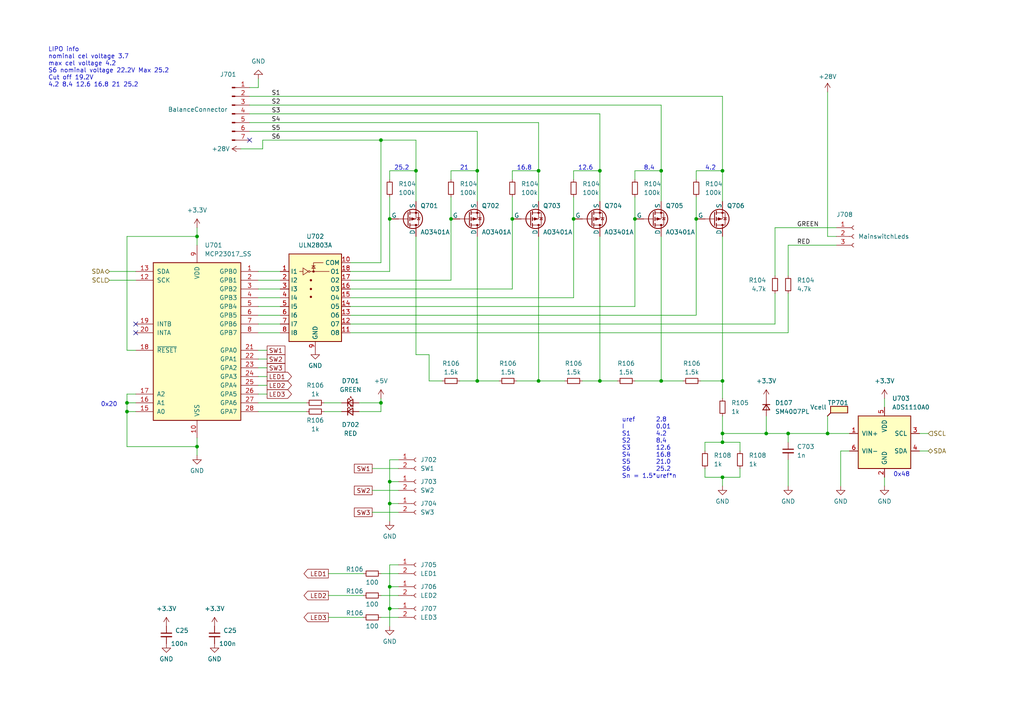
<source format=kicad_sch>
(kicad_sch (version 20230121) (generator eeschema)
  (paper "A4")
  (lib_symbols
    (symbol "Analog_ADC:ADS1110" (pin_names (offset 1.016))
      (property "Reference" "U" (at -7.62 8.89 0))
      (property "Value" "ADS1110" (at 1.27 8.89 0))
      (symbol "ADS1110_0_1"
        (rectangle (start -7.62 7.62) (end 7.62 -7.62) (stroke (width 0.254)) (fill (type background)))
      )
      (symbol "ADS1110_1_1"
        (pin input line (at -10.16 2.54 0) (length 2.54) (name "VIN+") (number "1"))
        (pin power_in line (at 0 -10.16 90) (length 2.54) (name "GND") (number "2"))
        (pin input line (at 10.16 2.54 180) (length 2.54) (name "SCL") (number "3"))
        (pin bidirectional line (at 10.16 -2.54 180) (length 2.54) (name "SDA") (number "4"))
        (pin power_in line (at 0 10.16 270) (length 2.54) (name "VDD") (number "5"))
        (pin input line (at -10.16 -2.54 0) (length 2.54) (name "VIN-") (number "6"))
      )
    )
    (symbol "Connector:Conn_01x02_Socket" (pin_names (offset 1.016) hide)
      (property "Reference" "J" (at 0 2.54 0))
      (property "Value" "Conn_01x02_Socket" (at 0 -5.08 0))
      (symbol "Conn_01x02_Socket_1_1"
        (arc (start 0 -2.032) (mid -0.5058 -2.54) (end 0 -3.048) (stroke (width 0.1524)))
        (polyline (pts (xy -1.27 -2.54) (xy -0.508 -2.54)) (stroke (width 0.1524)))
        (polyline (pts (xy -1.27 0) (xy -0.508 0)) (stroke (width 0.1524)))
        (arc (start 0 0.508) (mid -0.5058 0) (end 0 -0.508) (stroke (width 0.1524)))
        (pin passive line (at -5.08 0 0) (length 3.81) (name "Pin_1") (number "1"))
        (pin passive line (at -5.08 -2.54 0) (length 3.81) (name "Pin_2") (number "2"))
      )
    )
    (symbol "Connector:Conn_01x03_Socket" (pin_names (offset 1.016) hide)
      (property "Reference" "J" (at 0 5.08 0))
      (property "Value" "Conn_01x03_Socket" (at 0 -5.08 0))
      (symbol "Conn_01x03_Socket_1_1"
        (arc (start 0 -2.032) (mid -0.5058 -2.54) (end 0 -3.048) (stroke (width 0.1524)))
        (polyline (pts (xy -1.27 -2.54) (xy -0.508 -2.54)) (stroke (width 0.1524)))
        (polyline (pts (xy -1.27 0) (xy -0.508 0)) (stroke (width 0.1524)))
        (polyline (pts (xy -1.27 2.54) (xy -0.508 2.54)) (stroke (width 0.1524)))
        (arc (start 0 0.508) (mid -0.5058 0) (end 0 -0.508) (stroke (width 0.1524)))
        (arc (start 0 3.048) (mid -0.5058 2.54) (end 0 2.032) (stroke (width 0.1524)))
        (pin passive line (at -5.08 2.54 0) (length 3.81) (name "Pin_1") (number "1"))
        (pin passive line (at -5.08 0 0) (length 3.81) (name "Pin_2") (number "2"))
        (pin passive line (at -5.08 -2.54 0) (length 3.81) (name "Pin_3") (number "3"))
      )
    )
    (symbol "Connector:Conn_01x07_Pin" (pin_names (offset 1.016) hide)
      (property "Reference" "J" (at 0 10.16 0))
      (property "Value" "Conn_01x07_Pin" (at 0 -10.16 0))
      (symbol "Conn_01x07_Pin_1_1"
        (polyline (pts (xy 1.27 -7.62) (xy 0.8636 -7.62)) (stroke (width 0.1524)))
        (polyline (pts (xy 1.27 -5.08) (xy 0.8636 -5.08)) (stroke (width 0.1524)))
        (polyline (pts (xy 1.27 -2.54) (xy 0.8636 -2.54)) (stroke (width 0.1524)))
        (polyline (pts (xy 1.27 0) (xy 0.8636 0)) (stroke (width 0.1524)))
        (polyline (pts (xy 1.27 2.54) (xy 0.8636 2.54)) (stroke (width 0.1524)))
        (polyline (pts (xy 1.27 5.08) (xy 0.8636 5.08)) (stroke (width 0.1524)))
        (polyline (pts (xy 1.27 7.62) (xy 0.8636 7.62)) (stroke (width 0.1524)))
        (rectangle (start 0.8636 -7.493) (end 0 -7.747) (stroke (width 0.1524)) (fill (type outline)))
        (rectangle (start 0.8636 -4.953) (end 0 -5.207) (stroke (width 0.1524)) (fill (type outline)))
        (rectangle (start 0.8636 -2.413) (end 0 -2.667) (stroke (width 0.1524)) (fill (type outline)))
        (rectangle (start 0.8636 0.127) (end 0 -0.127) (stroke (width 0.1524)) (fill (type outline)))
        (rectangle (start 0.8636 2.667) (end 0 2.413) (stroke (width 0.1524)) (fill (type outline)))
        (rectangle (start 0.8636 5.207) (end 0 4.953) (stroke (width 0.1524)) (fill (type outline)))
        (rectangle (start 0.8636 7.747) (end 0 7.493) (stroke (width 0.1524)) (fill (type outline)))
        (pin passive line (at 5.08 7.62 180) (length 3.81) (name "Pin_1") (number "1"))
        (pin passive line (at 5.08 5.08 180) (length 3.81) (name "Pin_2") (number "2"))
        (pin passive line (at 5.08 2.54 180) (length 3.81) (name "Pin_3") (number "3"))
        (pin passive line (at 5.08 0 180) (length 3.81) (name "Pin_4") (number "4"))
        (pin passive line (at 5.08 -2.54 180) (length 3.81) (name "Pin_5") (number "5"))
        (pin passive line (at 5.08 -5.08 180) (length 3.81) (name "Pin_6") (number "6"))
        (pin passive line (at 5.08 -7.62 180) (length 3.81) (name "Pin_7") (number "7"))
      )
    )
    (symbol "Connector:TestPoint_Flag" (pin_numbers hide) (pin_names (offset 0.762) hide)
      (property "Reference" "TP" (at 3.429 1.778 0))
      (property "Value" "TestPoint_Flag" (at 3.302 4.191 0))
      (symbol "TestPoint_Flag_0_1"
        (polyline (pts (xy 0 0) (xy 0.889 0.889)) (stroke (width 0.254)))
        (rectangle (start 0.889 2.794) (end 5.842 0.889) (stroke (width 0.254)) (fill (type background)))
      )
      (symbol "TestPoint_Flag_1_1"
        (pin passive line (at 0 0 90) (length 0) (name "1") (number "1"))
      )
    )
    (symbol "Device:C_Small" (pin_numbers hide) (pin_names (offset 0.254) hide)
      (property "Reference" "C" (at 0.254 1.778 0))
      (property "Value" "C_Small" (at 0.254 -2.032 0))
      (symbol "C_Small_0_1"
        (polyline (pts (xy -1.524 -0.508) (xy 1.524 -0.508)) (stroke (width 0.3302)))
        (polyline (pts (xy -1.524 0.508) (xy 1.524 0.508)) (stroke (width 0.3048)))
      )
      (symbol "C_Small_1_1"
        (pin passive line (at 0 2.54 270) (length 2.032) (name "~") (number "1"))
        (pin passive line (at 0 -2.54 90) (length 2.032) (name "~") (number "2"))
      )
    )
    (symbol "Device:D_Small" (pin_numbers hide) (pin_names (offset 0.254) hide)
      (property "Reference" "D" (at -1.27 2.032 0))
      (property "Value" "D_Small" (at -3.81 -2.032 0))
      (symbol "D_Small_0_1"
        (polyline (pts (xy -0.762 -1.016) (xy -0.762 1.016)) (stroke (width 0.254)))
        (polyline (pts (xy -0.762 0) (xy 0.762 0)))
        (polyline (pts (xy 0.762 -1.016) (xy -0.762 0) (xy 0.762 1.016) (xy 0.762 -1.016)) (stroke (width 0.254)))
      )
      (symbol "D_Small_1_1"
        (pin passive line (at -2.54 0 0) (length 1.778) (name "K") (number "1"))
        (pin passive line (at 2.54 0 180) (length 1.778) (name "A") (number "2"))
      )
    )
    (symbol "Device:LED_Small" (pin_numbers hide) (pin_names (offset 0.254) hide)
      (property "Reference" "D" (at -1.27 3.175 0))
      (property "Value" "LED_Small" (at -4.445 -2.54 0))
      (symbol "LED_Small_0_1"
        (polyline (pts (xy -0.762 -1.016) (xy -0.762 1.016)) (stroke (width 0.254)))
        (polyline (pts (xy 1.016 0) (xy -0.762 0)))
        (polyline (pts (xy 0.762 -1.016) (xy -0.762 0) (xy 0.762 1.016) (xy 0.762 -1.016)) (stroke (width 0.254)))
        (polyline (pts (xy 0 0.762) (xy -0.508 1.27) (xy -0.254 1.27) (xy -0.508 1.27) (xy -0.508 1.016)))
        (polyline (pts (xy 0.508 1.27) (xy 0 1.778) (xy 0.254 1.778) (xy 0 1.778) (xy 0 1.524)))
      )
      (symbol "LED_Small_1_1"
        (pin passive line (at -2.54 0 0) (length 1.778) (name "K") (number "1"))
        (pin passive line (at 2.54 0 180) (length 1.778) (name "A") (number "2"))
      )
    )
    (symbol "Device:R_Small" (pin_numbers hide) (pin_names (offset 0.254) hide)
      (property "Reference" "R" (at 0.762 0.508 0))
      (property "Value" "R_Small" (at 0.762 -1.016 0))
      (symbol "R_Small_0_1"
        (rectangle (start -0.762 1.778) (end 0.762 -1.778) (stroke (width 0.2032)))
      )
      (symbol "R_Small_1_1"
        (pin passive line (at 0 2.54 270) (length 0.762) (name "~") (number "1"))
        (pin passive line (at 0 -2.54 90) (length 0.762) (name "~") (number "2"))
      )
    )
    (symbol "Interface_Expansion:MCP23017_SS" (pin_names (offset 1.016))
      (property "Reference" "U" (at -11.43 24.13 0))
      (property "Value" "MCP23017_SS" (at 0 0 0))
      (symbol "MCP23017_SS_0_1"
        (rectangle (start -12.7 22.86) (end 12.7 -22.86) (stroke (width 0.254)) (fill (type background)))
      )
      (symbol "MCP23017_SS_1_1"
        (pin bidirectional line (at 17.78 20.32 180) (length 5.08) (name "GPB0") (number "1"))
        (pin power_in line (at 0 -27.94 90) (length 5.08) (name "VSS") (number "10"))
        (pin no_connect line (at -12.7 15.24 0) (length 5.08) hide (name "NC") (number "11"))
        (pin input line (at -17.78 17.78 0) (length 5.08) (name "SCK") (number "12"))
        (pin bidirectional line (at -17.78 20.32 0) (length 5.08) (name "SDA") (number "13"))
        (pin no_connect line (at -12.7 12.7 0) (length 5.08) hide (name "NC") (number "14"))
        (pin input line (at -17.78 -20.32 0) (length 5.08) (name "A0") (number "15"))
        (pin input line (at -17.78 -17.78 0) (length 5.08) (name "A1") (number "16"))
        (pin input line (at -17.78 -15.24 0) (length 5.08) (name "A2") (number "17"))
        (pin input line (at -17.78 -2.54 0) (length 5.08) (name "~{RESET}") (number "18"))
        (pin tri_state line (at -17.78 5.08 0) (length 5.08) (name "INTB") (number "19"))
        (pin bidirectional line (at 17.78 17.78 180) (length 5.08) (name "GPB1") (number "2"))
        (pin tri_state line (at -17.78 2.54 0) (length 5.08) (name "INTA") (number "20"))
        (pin bidirectional line (at 17.78 -2.54 180) (length 5.08) (name "GPA0") (number "21"))
        (pin bidirectional line (at 17.78 -5.08 180) (length 5.08) (name "GPA1") (number "22"))
        (pin bidirectional line (at 17.78 -7.62 180) (length 5.08) (name "GPA2") (number "23"))
        (pin bidirectional line (at 17.78 -10.16 180) (length 5.08) (name "GPA3") (number "24"))
        (pin bidirectional line (at 17.78 -12.7 180) (length 5.08) (name "GPA4") (number "25"))
        (pin bidirectional line (at 17.78 -15.24 180) (length 5.08) (name "GPA5") (number "26"))
        (pin bidirectional line (at 17.78 -17.78 180) (length 5.08) (name "GPA6") (number "27"))
        (pin bidirectional line (at 17.78 -20.32 180) (length 5.08) (name "GPA7") (number "28"))
        (pin bidirectional line (at 17.78 15.24 180) (length 5.08) (name "GPB2") (number "3"))
        (pin bidirectional line (at 17.78 12.7 180) (length 5.08) (name "GPB3") (number "4"))
        (pin bidirectional line (at 17.78 10.16 180) (length 5.08) (name "GPB4") (number "5"))
        (pin bidirectional line (at 17.78 7.62 180) (length 5.08) (name "GPB5") (number "6"))
        (pin bidirectional line (at 17.78 5.08 180) (length 5.08) (name "GPB6") (number "7"))
        (pin bidirectional line (at 17.78 2.54 180) (length 5.08) (name "GPB7") (number "8"))
        (pin power_in line (at 0 27.94 270) (length 5.08) (name "VDD") (number "9"))
      )
    )
    (symbol "Simulation_SPICE:PMOS" (pin_numbers hide) (pin_names (offset 0))
      (property "Reference" "Q" (at 5.08 1.27 0))
      (property "Value" "PMOS" (at 5.08 -1.27 0))
      (symbol "PMOS_0_1"
        (polyline (pts (xy 0.254 0) (xy -2.54 0)))
        (polyline (pts (xy 0.254 1.905) (xy 0.254 -1.905)) (stroke (width 0.254)))
        (polyline (pts (xy 0.762 -1.27) (xy 0.762 -2.286)) (stroke (width 0.254)))
        (polyline (pts (xy 0.762 0.508) (xy 0.762 -0.508)) (stroke (width 0.254)))
        (polyline (pts (xy 0.762 2.286) (xy 0.762 1.27)) (stroke (width 0.254)))
        (polyline (pts (xy 2.54 2.54) (xy 2.54 1.778)))
        (polyline (pts (xy 2.54 -2.54) (xy 2.54 0) (xy 0.762 0)))
        (polyline (pts (xy 0.762 1.778) (xy 3.302 1.778) (xy 3.302 -1.778) (xy 0.762 -1.778)))
        (polyline (pts (xy 2.286 0) (xy 1.27 0.381) (xy 1.27 -0.381) (xy 2.286 0)) (fill (type outline)))
        (polyline (pts (xy 2.794 -0.508) (xy 2.921 -0.381) (xy 3.683 -0.381) (xy 3.81 -0.254)))
        (polyline (pts (xy 3.302 -0.381) (xy 2.921 0.254) (xy 3.683 0.254) (xy 3.302 -0.381)))
        (circle (center 1.651 0) (radius 2.794) (stroke (width 0.254)))
        (circle (center 2.54 -1.778) (radius 0.254) (fill (type outline)))
        (circle (center 2.54 1.778) (radius 0.254) (fill (type outline)))
      )
      (symbol "PMOS_1_1"
        (pin passive line (at 2.54 5.08 270) (length 2.54) (name "D") (number "1"))
        (pin input line (at -5.08 0 0) (length 2.54) (name "G") (number "2"))
        (pin passive line (at 2.54 -5.08 90) (length 2.54) (name "S") (number "3"))
      )
    )
    (symbol "Transistor_Array:ULN2803A"
      (property "Reference" "U" (at 0 13.335 0))
      (property "Value" "ULN2803A" (at 0 11.43 0))
      (symbol "ULN2803A_0_1"
        (rectangle (start -7.62 -15.24) (end 7.62 10.16) (stroke (width 0.254)) (fill (type background)))
        (circle (center -1.778 5.08) (radius 0.254))
        (circle (center -1.27 -2.286) (radius 0.254) (fill (type outline)))
        (circle (center -1.27 0) (radius 0.254) (fill (type outline)))
        (circle (center -1.27 2.54) (radius 0.254) (fill (type outline)))
        (circle (center -0.508 5.08) (radius 0.254) (fill (type outline)))
        (polyline (pts (xy -4.572 5.08) (xy -3.556 5.08)))
        (polyline (pts (xy -1.524 5.08) (xy 4.064 5.08)))
        (polyline (pts (xy 0 6.731) (xy -1.016 6.731)))
        (polyline (pts (xy -0.508 5.08) (xy -0.508 7.62) (xy 2.286 7.62)))
        (polyline (pts (xy -3.556 6.096) (xy -3.556 4.064) (xy -2.032 5.08) (xy -3.556 6.096)))
        (polyline (pts (xy 0 5.969) (xy -1.016 5.969) (xy -0.508 6.731) (xy 0 5.969)))
      )
      (symbol "ULN2803A_1_1"
        (pin input line (at -10.16 5.08 0) (length 2.54) (name "I1") (number "1"))
        (pin passive line (at 10.16 7.62 180) (length 2.54) (name "COM") (number "10"))
        (pin open_collector line (at 10.16 -12.7 180) (length 2.54) (name "O8") (number "11"))
        (pin open_collector line (at 10.16 -10.16 180) (length 2.54) (name "O7") (number "12"))
        (pin open_collector line (at 10.16 -7.62 180) (length 2.54) (name "O6") (number "13"))
        (pin open_collector line (at 10.16 -5.08 180) (length 2.54) (name "O5") (number "14"))
        (pin open_collector line (at 10.16 -2.54 180) (length 2.54) (name "O4") (number "15"))
        (pin open_collector line (at 10.16 0 180) (length 2.54) (name "O3") (number "16"))
        (pin open_collector line (at 10.16 2.54 180) (length 2.54) (name "O2") (number "17"))
        (pin open_collector line (at 10.16 5.08 180) (length 2.54) (name "O1") (number "18"))
        (pin input line (at -10.16 2.54 0) (length 2.54) (name "I2") (number "2"))
        (pin input line (at -10.16 0 0) (length 2.54) (name "I3") (number "3"))
        (pin input line (at -10.16 -2.54 0) (length 2.54) (name "I4") (number "4"))
        (pin input line (at -10.16 -5.08 0) (length 2.54) (name "I5") (number "5"))
        (pin input line (at -10.16 -7.62 0) (length 2.54) (name "I6") (number "6"))
        (pin input line (at -10.16 -10.16 0) (length 2.54) (name "I7") (number "7"))
        (pin input line (at -10.16 -12.7 0) (length 2.54) (name "I8") (number "8"))
        (pin power_in line (at 0 -17.78 90) (length 2.54) (name "GND") (number "9"))
      )
    )
    (symbol "power:+28V" (power) (pin_names (offset 0))
      (property "Value" "+28V" (at 0 3.81 0))
      (symbol "+28V_0_1"
        (polyline (pts (xy -0.762 1.27) (xy 0 2.54)))
        (polyline (pts (xy 0 0) (xy 0 2.54)))
        (polyline (pts (xy 0 2.54) (xy 0.762 1.27)))
      )
      (symbol "+28V_1_1"
        (pin power_in line (at 0 0 90) (length 0) hide (name "+28V") (number "1"))
      )
    )
    (symbol "power:+3.3V" (power) (pin_names (offset 0))
      (property "Value" "+3.3V" (at 0 3.556 0))
      (symbol "+3.3V_0_1"
        (polyline (pts (xy -0.762 1.27) (xy 0 2.54)))
        (polyline (pts (xy 0 0) (xy 0 2.54)))
        (polyline (pts (xy 0 2.54) (xy 0.762 1.27)))
      )
      (symbol "+3.3V_1_1"
        (pin power_in line (at 0 0 90) (length 0) hide (name "+3.3V") (number "1"))
      )
    )
    (symbol "power:+5V" (power) (pin_names (offset 0))
      (property "Value" "+5V" (at 0 3.556 0))
      (symbol "+5V_0_1"
        (polyline (pts (xy -0.762 1.27) (xy 0 2.54)))
        (polyline (pts (xy 0 0) (xy 0 2.54)))
        (polyline (pts (xy 0 2.54) (xy 0.762 1.27)))
      )
      (symbol "+5V_1_1"
        (pin power_in line (at 0 0 90) (length 0) hide (name "+5V") (number "1"))
      )
    )
    (symbol "power:GND" (power) (pin_names (offset 0))
      (property "Value" "GND" (at 0 -3.81 0))
      (symbol "GND_0_1"
        (polyline (pts (xy 0 0) (xy 0 -1.27) (xy 1.27 -1.27) (xy 0 -2.54) (xy -1.27 -1.27) (xy 0 -1.27)))
      )
      (symbol "GND_1_1"
        (pin power_in line (at 0 0 270) (length 0) hide (name "GND") (number "1"))
      )
    )
  )
  (junction (at 57.15 129.54))
  (junction (at 156.21 49.53))
  (junction (at 110.49 116.84))
  (junction (at 113.03 63.5))
  (junction (at 110.49 40.64))
  (junction (at 228.6 125.73))
  (junction (at 113.03 146.05))
  (junction (at 240.03 125.73))
  (junction (at 222.25 125.73))
  (junction (at 201.93 63.5))
  (junction (at 191.77 49.53))
  (junction (at 191.77 110.49))
  (junction (at 113.03 170.18))
  (junction (at 36.83 119.38))
  (junction (at 209.55 138.43))
  (junction (at 209.55 110.49))
  (junction (at 113.03 139.7))
  (junction (at 209.55 128.27))
  (junction (at 209.55 125.73))
  (junction (at 138.43 110.49))
  (junction (at 57.15 68.58))
  (junction (at 173.99 49.53))
  (junction (at 113.03 176.53))
  (junction (at 184.15 63.5))
  (junction (at 209.55 49.53))
  (junction (at 138.43 49.53))
  (junction (at 36.83 116.84))
  (junction (at 166.37 63.5))
  (junction (at 156.21 110.49))
  (junction (at 148.59 63.5))
  (junction (at 120.65 49.53))
  (junction (at 173.99 110.49))
  (junction (at 130.81 63.5))
  (no_connect (at 39.37 96.52))
  (no_connect (at 72.39 40.64))
  (no_connect (at 39.37 93.98))
  (wire (pts (xy 246.38 130.81) (xy 243.84 130.81)))
  (wire (pts (xy 36.83 68.58) (xy 36.83 101.6)))
  (wire (pts (xy 138.43 68.58) (xy 138.43 110.49)))
  (wire (pts (xy 148.59 57.15) (xy 148.59 63.5)))
  (wire (pts (xy 242.57 71.12) (xy 228.6 71.12)))
  (wire (pts (xy 148.59 52.07) (xy 148.59 49.53)))
  (wire (pts (xy 138.43 49.53) (xy 138.43 58.42)))
  (wire (pts (xy 95.25 179.07) (xy 105.41 179.07)))
  (wire (pts (xy 130.81 57.15) (xy 130.81 63.5)))
  (wire (pts (xy 209.55 138.43) (xy 214.63 138.43)))
  (wire (pts (xy 209.55 27.94) (xy 209.55 49.53)))
  (wire (pts (xy 110.49 166.37) (xy 115.57 166.37)))
  (wire (pts (xy 113.03 146.05) (xy 113.03 151.13)))
  (wire (pts (xy 36.83 129.54) (xy 57.15 129.54)))
  (wire (pts (xy 36.83 116.84) (xy 39.37 116.84)))
  (wire (pts (xy 113.03 170.18) (xy 115.57 170.18)))
  (wire (pts (xy 201.93 57.15) (xy 201.93 63.5)))
  (wire (pts (xy 36.83 119.38) (xy 36.83 129.54)))
  (wire (pts (xy 156.21 49.53) (xy 156.21 58.42)))
  (wire (pts (xy 201.93 49.53) (xy 209.55 49.53)))
  (wire (pts (xy 74.93 111.76) (xy 77.47 111.76)))
  (wire (pts (xy 130.81 52.07) (xy 130.81 49.53)))
  (wire (pts (xy 133.35 110.49) (xy 138.43 110.49)))
  (wire (pts (xy 209.55 125.73) (xy 222.25 125.73)))
  (wire (pts (xy 209.55 68.58) (xy 209.55 110.49)))
  (wire (pts (xy 74.93 81.28) (xy 81.28 81.28)))
  (wire (pts (xy 130.81 49.53) (xy 138.43 49.53)))
  (wire (pts (xy 113.03 57.15) (xy 113.03 63.5)))
  (wire (pts (xy 191.77 49.53) (xy 191.77 58.42)))
  (wire (pts (xy 110.49 179.07) (xy 115.57 179.07)))
  (wire (pts (xy 204.47 128.27) (xy 204.47 130.81)))
  (wire (pts (xy 130.81 63.5) (xy 130.81 81.28)))
  (wire (pts (xy 57.15 68.58) (xy 36.83 68.58)))
  (wire (pts (xy 74.93 25.4) (xy 72.39 25.4)))
  (wire (pts (xy 209.55 138.43) (xy 204.47 138.43)))
  (wire (pts (xy 95.25 172.72) (xy 105.41 172.72)))
  (wire (pts (xy 224.79 66.04) (xy 242.57 66.04)))
  (wire (pts (xy 113.03 176.53) (xy 115.57 176.53)))
  (wire (pts (xy 148.59 49.53) (xy 156.21 49.53)))
  (wire (pts (xy 113.03 133.35) (xy 113.03 139.7)))
  (wire (pts (xy 72.39 30.48) (xy 191.77 30.48)))
  (wire (pts (xy 224.79 85.09) (xy 224.79 93.98)))
  (wire (pts (xy 156.21 68.58) (xy 156.21 110.49)))
  (wire (pts (xy 173.99 68.58) (xy 173.99 110.49)))
  (wire (pts (xy 209.55 125.73) (xy 209.55 128.27)))
  (wire (pts (xy 110.49 116.84) (xy 110.49 119.38)))
  (wire (pts (xy 36.83 114.3) (xy 36.83 116.84)))
  (wire (pts (xy 166.37 57.15) (xy 166.37 63.5)))
  (wire (pts (xy 120.65 49.53) (xy 120.65 58.42)))
  (wire (pts (xy 101.6 86.36) (xy 166.37 86.36)))
  (wire (pts (xy 173.99 33.02) (xy 173.99 49.53)))
  (wire (pts (xy 36.83 101.6) (xy 39.37 101.6)))
  (wire (pts (xy 76.2 40.64) (xy 76.2 43.18)))
  (wire (pts (xy 224.79 80.01) (xy 224.79 66.04)))
  (wire (pts (xy 74.93 104.14) (xy 77.47 104.14)))
  (wire (pts (xy 76.2 43.18) (xy 69.85 43.18)))
  (wire (pts (xy 72.39 33.02) (xy 173.99 33.02)))
  (wire (pts (xy 110.49 40.64) (xy 110.49 76.2)))
  (wire (pts (xy 110.49 119.38) (xy 104.14 119.38)))
  (wire (pts (xy 156.21 35.56) (xy 156.21 49.53)))
  (wire (pts (xy 240.03 68.58) (xy 242.57 68.58)))
  (wire (pts (xy 138.43 110.49) (xy 144.78 110.49)))
  (wire (pts (xy 184.15 63.5) (xy 184.15 88.9)))
  (wire (pts (xy 74.93 88.9) (xy 81.28 88.9)))
  (wire (pts (xy 101.6 78.74) (xy 113.03 78.74)))
  (wire (pts (xy 184.15 52.07) (xy 184.15 49.53)))
  (wire (pts (xy 95.25 166.37) (xy 105.41 166.37)))
  (wire (pts (xy 228.6 71.12) (xy 228.6 80.01)))
  (wire (pts (xy 173.99 49.53) (xy 173.99 58.42)))
  (wire (pts (xy 113.03 63.5) (xy 113.03 78.74)))
  (wire (pts (xy 74.93 86.36) (xy 81.28 86.36)))
  (wire (pts (xy 107.95 135.89) (xy 115.57 135.89)))
  (wire (pts (xy 72.39 35.56) (xy 156.21 35.56)))
  (wire (pts (xy 72.39 38.1) (xy 138.43 38.1)))
  (wire (pts (xy 256.54 140.97) (xy 256.54 138.43)))
  (wire (pts (xy 191.77 68.58) (xy 191.77 110.49)))
  (wire (pts (xy 173.99 110.49) (xy 179.07 110.49)))
  (wire (pts (xy 101.6 96.52) (xy 228.6 96.52)))
  (wire (pts (xy 113.03 176.53) (xy 113.03 181.61)))
  (wire (pts (xy 93.98 116.84) (xy 99.06 116.84)))
  (wire (pts (xy 57.15 132.08) (xy 57.15 129.54)))
  (wire (pts (xy 266.7 130.81) (xy 269.24 130.81)))
  (wire (pts (xy 256.54 115.57) (xy 256.54 118.11)))
  (wire (pts (xy 110.49 40.64) (xy 120.65 40.64)))
  (wire (pts (xy 31.75 78.74) (xy 39.37 78.74)))
  (wire (pts (xy 72.39 27.94) (xy 209.55 27.94)))
  (wire (pts (xy 57.15 129.54) (xy 57.15 127)))
  (wire (pts (xy 113.03 139.7) (xy 115.57 139.7)))
  (wire (pts (xy 115.57 133.35) (xy 113.03 133.35)))
  (wire (pts (xy 228.6 85.09) (xy 228.6 96.52)))
  (wire (pts (xy 148.59 63.5) (xy 148.59 83.82)))
  (wire (pts (xy 124.46 102.87) (xy 124.46 110.49)))
  (wire (pts (xy 240.03 125.73) (xy 246.38 125.73)))
  (wire (pts (xy 120.65 40.64) (xy 120.65 49.53)))
  (wire (pts (xy 74.93 91.44) (xy 81.28 91.44)))
  (wire (pts (xy 39.37 114.3) (xy 36.83 114.3)))
  (wire (pts (xy 74.93 22.86) (xy 74.93 25.4)))
  (wire (pts (xy 115.57 163.83) (xy 113.03 163.83)))
  (wire (pts (xy 113.03 170.18) (xy 113.03 176.53)))
  (wire (pts (xy 191.77 30.48) (xy 191.77 49.53)))
  (wire (pts (xy 110.49 115.57) (xy 110.49 116.84)))
  (wire (pts (xy 228.6 125.73) (xy 240.03 125.73)))
  (wire (pts (xy 124.46 110.49) (xy 128.27 110.49)))
  (wire (pts (xy 107.95 142.24) (xy 115.57 142.24)))
  (wire (pts (xy 240.03 26.67) (xy 240.03 68.58)))
  (wire (pts (xy 57.15 68.58) (xy 57.15 71.12)))
  (wire (pts (xy 166.37 49.53) (xy 173.99 49.53)))
  (wire (pts (xy 110.49 172.72) (xy 115.57 172.72)))
  (wire (pts (xy 191.77 110.49) (xy 198.12 110.49)))
  (wire (pts (xy 184.15 57.15) (xy 184.15 63.5)))
  (wire (pts (xy 101.6 81.28) (xy 130.81 81.28)))
  (wire (pts (xy 107.95 148.59) (xy 115.57 148.59)))
  (wire (pts (xy 228.6 125.73) (xy 228.6 128.27)))
  (wire (pts (xy 209.55 110.49) (xy 209.55 115.57)))
  (wire (pts (xy 74.93 114.3) (xy 77.47 114.3)))
  (wire (pts (xy 101.6 88.9) (xy 184.15 88.9)))
  (wire (pts (xy 57.15 66.04) (xy 57.15 68.58)))
  (wire (pts (xy 209.55 49.53) (xy 209.55 58.42)))
  (wire (pts (xy 156.21 110.49) (xy 163.83 110.49)))
  (wire (pts (xy 93.98 119.38) (xy 99.06 119.38)))
  (wire (pts (xy 101.6 83.82) (xy 148.59 83.82)))
  (wire (pts (xy 201.93 52.07) (xy 201.93 49.53)))
  (wire (pts (xy 113.03 52.07) (xy 113.03 49.53)))
  (wire (pts (xy 36.83 119.38) (xy 39.37 119.38)))
  (wire (pts (xy 222.25 120.65) (xy 222.25 125.73)))
  (wire (pts (xy 74.93 78.74) (xy 81.28 78.74)))
  (wire (pts (xy 214.63 130.81) (xy 214.63 128.27)))
  (wire (pts (xy 228.6 133.35) (xy 228.6 140.97)))
  (wire (pts (xy 120.65 68.58) (xy 120.65 102.87)))
  (wire (pts (xy 209.55 138.43) (xy 209.55 140.97)))
  (wire (pts (xy 243.84 130.81) (xy 243.84 140.97)))
  (wire (pts (xy 209.55 128.27) (xy 204.47 128.27)))
  (wire (pts (xy 240.03 120.65) (xy 240.03 125.73)))
  (wire (pts (xy 203.2 110.49) (xy 209.55 110.49)))
  (wire (pts (xy 166.37 52.07) (xy 166.37 49.53)))
  (wire (pts (xy 138.43 38.1) (xy 138.43 49.53)))
  (wire (pts (xy 184.15 110.49) (xy 191.77 110.49)))
  (wire (pts (xy 266.7 125.73) (xy 269.24 125.73)))
  (wire (pts (xy 214.63 135.89) (xy 214.63 138.43)))
  (wire (pts (xy 101.6 76.2) (xy 110.49 76.2)))
  (wire (pts (xy 113.03 146.05) (xy 115.57 146.05)))
  (wire (pts (xy 120.65 102.87) (xy 124.46 102.87)))
  (wire (pts (xy 101.6 93.98) (xy 224.79 93.98)))
  (wire (pts (xy 74.93 83.82) (xy 81.28 83.82)))
  (wire (pts (xy 113.03 139.7) (xy 113.03 146.05)))
  (wire (pts (xy 76.2 40.64) (xy 110.49 40.64)))
  (wire (pts (xy 74.93 119.38) (xy 88.9 119.38)))
  (wire (pts (xy 74.93 109.22) (xy 77.47 109.22)))
  (wire (pts (xy 74.93 93.98) (xy 81.28 93.98)))
  (wire (pts (xy 74.93 106.68) (xy 77.47 106.68)))
  (wire (pts (xy 104.14 116.84) (xy 110.49 116.84)))
  (wire (pts (xy 74.93 101.6) (xy 77.47 101.6)))
  (wire (pts (xy 113.03 49.53) (xy 120.65 49.53)))
  (wire (pts (xy 36.83 116.84) (xy 36.83 119.38)))
  (wire (pts (xy 184.15 49.53) (xy 191.77 49.53)))
  (wire (pts (xy 101.6 91.44) (xy 201.93 91.44)))
  (wire (pts (xy 222.25 125.73) (xy 228.6 125.73)))
  (wire (pts (xy 201.93 63.5) (xy 201.93 91.44)))
  (wire (pts (xy 74.93 116.84) (xy 88.9 116.84)))
  (wire (pts (xy 149.86 110.49) (xy 156.21 110.49)))
  (wire (pts (xy 74.93 96.52) (xy 81.28 96.52)))
  (wire (pts (xy 204.47 135.89) (xy 204.47 138.43)))
  (wire (pts (xy 166.37 63.5) (xy 166.37 86.36)))
  (wire (pts (xy 113.03 163.83) (xy 113.03 170.18)))
  (wire (pts (xy 168.91 110.49) (xy 173.99 110.49)))
  (wire (pts (xy 31.75 81.28) (xy 39.37 81.28)))
  (wire (pts (xy 209.55 120.65) (xy 209.55 125.73)))
  (wire (pts (xy 214.63 128.27) (xy 209.55 128.27)))
  (text "LIPO info\nnominal cel voltage 3.7\nmax cel voltage 4.2\nS6 nominal voltage 22.2V Max 25.2\nCut off 19.2V\n4.2 8.4 12.6 16.8 21 25.2\n" (at 13.97 25.4 0) (effects (font (size 1.27 1.27)) (justify left bottom)))
  (text "21" (at 133.35 49.53 0) (effects (font (size 1.27 1.27)) (justify left bottom)))
  (text "16.8" (at 149.86 49.53 0) (effects (font (size 1.27 1.27)) (justify left bottom)))
  (text "0x48" (at 259.08 138.43 0) (effects (font (size 1.27 1.27)) (justify left bottom)))
  (text "8.4" (at 186.69 49.53 0) (effects (font (size 1.27 1.27)) (justify left bottom)))
  (text "4.2" (at 204.47 49.53 0) (effects (font (size 1.27 1.27)) (justify left bottom)))
  (text "uref	2.8\nI		0.01\nS1		4.2\nS2		8.4\nS3		12.6\nS4		16.8\nS5		21.0\nS6		25.2\nSn = 1.5*uref*n\n\n" (at 180.34 140.97 0) (effects (font (size 1.27 1.27)) (justify left bottom)))
  (text "12.6" (at 167.64 49.53 0) (effects (font (size 1.27 1.27)) (justify left bottom)))
  (text "0x20" (at 29.21 118.11 0) (effects (font (size 1.27 1.27)) (justify left bottom)))
  (text "25.2" (at 114.3 49.53 0) (effects (font (size 1.27 1.27)) (justify left bottom)))
  (label "S1" (at 78.74 27.94 0))
  (label "S2" (at 78.74 30.48 0))
  (label "S5" (at 78.74 38.1 0))
  (label "S3" (at 78.74 33.02 0))
  (label "GREEN" (at 231.14 66.04 0))
  (label "S6" (at 78.74 40.64 0))
  (label "RED" (at 231.14 71.12 0))
  (label "S4" (at 78.74 35.56 0))
  (global_label "SW2" (shape passive) (at 107.95 142.24 180) (property "Intersheetrefs" "${INTERSHEET_REFS}" (effects hide)))
  (global_label "SW1" (shape passive) (at 107.95 135.89 180) (property "Intersheetrefs" "${INTERSHEET_REFS}" (effects hide)))
  (global_label "LED2" (shape output) (at 95.25 172.72 180) (property "Intersheetrefs" "${INTERSHEET_REFS}" (effects hide)))
  (global_label "LED3" (shape output) (at 77.47 114.3 0) (property "Intersheetrefs" "${INTERSHEET_REFS}" (effects hide)))
  (global_label "LED1" (shape output) (at 77.47 109.22 0) (property "Intersheetrefs" "${INTERSHEET_REFS}" (effects hide)))
  (global_label "LED3" (shape output) (at 95.25 179.07 180) (property "Intersheetrefs" "${INTERSHEET_REFS}" (effects hide)))
  (global_label "LED1" (shape output) (at 95.25 166.37 180) (property "Intersheetrefs" "${INTERSHEET_REFS}" (effects hide)))
  (global_label "SW3" (shape passive) (at 107.95 148.59 180) (property "Intersheetrefs" "${INTERSHEET_REFS}" (effects hide)))
  (global_label "LED2" (shape output) (at 77.47 111.76 0) (property "Intersheetrefs" "${INTERSHEET_REFS}" (effects hide)))
  (global_label "SW3" (shape passive) (at 77.47 106.68 0) (property "Intersheetrefs" "${INTERSHEET_REFS}" (effects hide)))
  (global_label "SW1" (shape passive) (at 77.47 101.6 0) (property "Intersheetrefs" "${INTERSHEET_REFS}" (effects hide)))
  (global_label "SW2" (shape passive) (at 77.47 104.14 0) (property "Intersheetrefs" "${INTERSHEET_REFS}" (effects hide)))
  (hierarchical_label "SDA" (shape bidirectional) (at 269.24 130.81 0))
  (hierarchical_label "SDA" (shape bidirectional) (at 31.75 78.74 180))
  (hierarchical_label "SCL" (shape input) (at 31.75 81.28 180))
  (hierarchical_label "SCL" (shape input) (at 269.24 125.73 0))
  (symbol (lib_id "Device:R_Small") (at 148.59 54.61 0) (unit 1)
    (property "Reference" "R104" (at 151.13 53.34 0) (effects (justify left)))
    (property "Value" "100k" (at 151.13 55.88 0) (effects (justify left)))
    (property "Footprint" "A_Device:R_0603" (effects hide))
    (instances (project "Nice-Buoy-V1.0" (path "" (reference "R104") (unit 1)) (path "" (reference "R710") (unit 1))))
  )
  (symbol (lib_id "power:GND") (at 256.54 140.97 0) (unit 1)
    (property "Reference" "#PWR0121" (effects hide))
    (property "Value" "GND" (at 256.54 145.415 0))
    (instances (project "Nice-Buoy-V1.0" (path "" (reference "#PWR0121") (unit 1)) (path "" (reference "#PWR0719") (unit 1))))
  )
  (symbol (lib_id "Connector:Conn_01x02_Socket") (at 120.65 133.35 0) (unit 1)
    (property "Reference" "J702" (at 121.92 133.35 0) (effects (justify left)))
    (property "Value" "SW1" (at 121.92 135.89 0) (effects (justify left)))
    (property "Footprint" "Connector_JST:JST_XH_B2B-XH-A_1x02_P2.50mm_Vertical" (effects hide))
    (property "LCSC" "C158012" (effects hide))
  )
  (symbol (lib_id "Transistor_Array:ULN2803A") (at 91.44 83.82 0) (unit 1)
    (property "Reference" "U702" (at 91.44 68.58 0))
    (property "Value" "ULN2803A" (at 91.44 71.12 0))
    (property "Footprint" "A_IC_SOP:SO-18_7.5x11.6_P50mil" (effects hide))
    (property "Datasheet" "http://www.ti.com/lit/ds/symlink/uln2803a.pdf" (effects hide))
  )
  (symbol (lib_id "Device:R_Small") (at 214.63 133.35 0) (unit 1)
    (property "Reference" "R108" (at 217.17 132.08 0) (effects (justify left)))
    (property "Value" "1k" (at 217.17 134.62 0) (effects (justify left)))
    (property "Footprint" "A_Device:R_0603" (effects hide))
    (instances (project "Nice-Buoy-V1.0" (path "" (reference "R108") (unit 1)) (path "" (reference "R719") (unit 1))))
  )
  (symbol (lib_id "Device:R_Small") (at 166.37 110.49 90) (unit 1)
    (property "Reference" "R106" (at 166.37 105.41 90))
    (property "Value" "1.5k" (at 166.37 107.95 90))
    (property "Footprint" "A_Device:R_0603" (effects hide))
    (instances (project "Nice-Buoy-V1.0" (path "" (reference "R106") (unit 1)) (path "" (reference "R712") (unit 1))))
  )
  (symbol (lib_id "Device:D_Small") (at 185.42 -11.43 90) (unit 1)
    (property "Reference" "D706" (at 187.96 -12.7 90) (effects (justify right)))
    (property "Value" "1N4148WS" (at 187.96 -10.16 90) (effects (justify right)))
    (property "Footprint" "A_Device:D_SOD-323_1.8x1.4x1.15" (effects hide))
    (property "Sim.Device" "D" (effects hide))
    (property "Sim.Pins" "1=K 2=A" (effects hide))
    (property "LCSC" "C2128" (effects hide))
  )
  (symbol (lib_id "Connector:Conn_01x02_Socket") (at 120.65 139.7 0) (unit 1)
    (property "Reference" "J703" (at 121.92 139.7 0) (effects (justify left)))
    (property "Value" "SW2" (at 121.92 142.24 0) (effects (justify left)))
    (property "Footprint" "Connector_PinHeader_2.54mm:PinHeader_1x02_P2.54mm_Vertical" (effects hide))
    (property "LCSC" "C158012" (effects hide))
  )
  (symbol (lib_id "power:+3.3V") (at 48.26 181.61 0) (unit 1)
    (property "Reference" "#PWR02" (effects hide))
    (property "Value" "+3.3V" (at 48.26 176.53 0))
    (instances (project "Nice-Buoy-V1.0" (path "" (reference "#PWR02") (unit 1)) (path "" (reference "#PWR0701") (unit 1))))
  )
  (symbol (lib_id "Connector:TestPoint_Flag") (at 240.03 120.65 0) (unit 1)
    (property "Reference" "TP701" (at 240.03 116.84 0) (effects (justify left)))
    (property "Value" "Vcell" (at 234.95 118.11 0) (effects (justify left)))
    (property "Footprint" "A_Pads_Pins:Testpoint_0.6x1.0" (effects hide))
  )
  (symbol (lib_id "Device:D_Small") (at 149.86 -11.43 90) (unit 1)
    (property "Reference" "D704" (at 152.4 -12.7 90) (effects (justify right)))
    (property "Value" "1N4148WS" (at 152.4 -10.16 90) (effects (justify right)))
    (property "Footprint" "A_Device:D_SOD-323_1.8x1.4x1.15" (effects hide))
    (property "Sim.Device" "D" (effects hide))
    (property "Sim.Pins" "1=K 2=A" (effects hide))
    (property "LCSC" "C2128" (effects hide))
  )
  (symbol (lib_id "Device:LED_Small") (at 101.6 119.38 0) (unit 1)
    (property "Reference" "D702" (at 101.6635 123.19 0))
    (property "Value" "RED" (at 101.6635 125.73 0))
    (property "Footprint" "A_Device:LED_0603" (effects hide))
  )
  (symbol (lib_id "Device:R_Small") (at 107.95 166.37 90) (unit 1)
    (property "Reference" "R106" (at 102.87 165.1 90))
    (property "Value" "100" (at 107.95 168.91 90))
    (property "Footprint" "A_Device:R_0603" (effects hide))
    (instances (project "Nice-Buoy-V1.0" (path "" (reference "R106") (unit 1)) (path "" (reference "R703") (unit 1))))
  )
  (symbol (lib_id "Connector:Conn_01x02_Socket") (at 120.65 176.53 0) (unit 1)
    (property "Reference" "J707" (at 121.92 176.53 0) (effects (justify left)))
    (property "Value" "LED3" (at 121.92 179.07 0) (effects (justify left)))
    (property "Footprint" "Connector_PinHeader_2.54mm:PinHeader_1x02_P2.54mm_Vertical" (effects hide))
    (property "LCSC" "C158012" (effects hide))
  )
  (symbol (lib_id "power:GND") (at 113.03 181.61 0) (unit 1)
    (property "Reference" "#PWR0121" (effects hide))
    (property "Value" "GND" (at 113.03 186.055 0))
    (instances (project "Nice-Buoy-V1.0" (path "" (reference "#PWR0121") (unit 1)) (path "" (reference "#PWR0712") (unit 1))))
  )
  (symbol (lib_id "Device:D_Small") (at 203.2 -11.43 90) (unit 1)
    (property "Reference" "D707" (at 205.74 -12.7 90) (effects (justify right)))
    (property "Value" "1N4148WS" (at 205.74 -10.16 90) (effects (justify right)))
    (property "Footprint" "A_Device:D_SOD-323_1.8x1.4x1.15" (effects hide))
    (property "Sim.Device" "D" (effects hide))
    (property "Sim.Pins" "1=K 2=A" (effects hide))
    (property "LCSC" "C2128" (effects hide))
  )
  (symbol (lib_id "Device:R_Small") (at 228.6 82.55 0) (unit 1)
    (property "Reference" "R104" (at 231.14 81.28 0) (effects (justify left)))
    (property "Value" "4.7k" (at 231.14 83.82 0) (effects (justify left)))
    (property "Footprint" "A_Device:R_0603" (effects hide))
    (instances (project "Nice-Buoy-V1.0" (path "" (reference "R104") (unit 1)) (path "" (reference "R721") (unit 1))))
  )
  (symbol (lib_id "power:+3.3V") (at 222.25 115.57 0) (unit 1)
    (property "Reference" "#PWR0122" (effects hide))
    (property "Value" "+3.3V" (at 222.25 110.49 0))
    (instances (project "Nice-Buoy-V1.0" (path "" (reference "#PWR0122") (unit 1)) (path "" (reference "#PWR0714") (unit 1))))
  )
  (symbol (lib_id "Device:C_Small") (at 48.26 184.15 0) (unit 1)
    (property "Reference" "C25" (at 50.8 182.8862 0) (effects (justify left)))
    (property "Value" "100n" (at 49.53 186.69 0) (effects (justify left)))
    (property "Footprint" "A_Device:C_0603" (effects hide))
    (property "LCSC" "C14663" (effects hide))
    (instances (project "NIKOLA-02-E-001_PCAScannerController_R1" (path "" (reference "C25") (unit 1))) (project "Nice-Buoy-V1.0" (path "" (reference "C701") (unit 1))))
  )
  (symbol (lib_id "power:GND") (at 57.15 132.08 0) (unit 1)
    (property "Reference" "#PWR0121" (effects hide))
    (property "Value" "GND" (at 57.15 136.525 0))
    (instances (project "Nice-Buoy-V1.0" (path "" (reference "#PWR0121") (unit 1)) (path "" (reference "#PWR0704") (unit 1))))
  )
  (symbol (lib_id "Device:LED_Small") (at 101.6 116.84 0) (unit 1)
    (property "Reference" "D701" (at 101.6635 110.49 0))
    (property "Value" "GREEN" (at 101.6635 113.03 0))
    (property "Footprint" "A_Device:LED_0603" (effects hide))
  )
  (symbol (lib_id "Device:R_Small") (at 113.03 54.61 0) (unit 1)
    (property "Reference" "R104" (at 115.57 53.34 0) (effects (justify left)))
    (property "Value" "100k" (at 115.57 55.88 0) (effects (justify left)))
    (property "Footprint" "A_Device:R_0603" (effects hide))
    (instances (project "Nice-Buoy-V1.0" (path "" (reference "R104") (unit 1)) (path "" (reference "R706") (unit 1))))
  )
  (symbol (lib_id "Device:R_Small") (at 107.95 172.72 90) (unit 1)
    (property "Reference" "R106" (at 102.87 171.45 90))
    (property "Value" "100" (at 107.95 175.26 90))
    (property "Footprint" "A_Device:R_0603" (effects hide))
    (instances (project "Nice-Buoy-V1.0" (path "" (reference "R106") (unit 1)) (path "" (reference "R704") (unit 1))))
  )
  (symbol (lib_id "Device:R_Small") (at 91.44 119.38 90) (unit 1)
    (property "Reference" "R106" (at 91.44 121.92 90))
    (property "Value" "1k" (at 91.44 124.46 90))
    (property "Footprint" "A_Device:R_0603" (effects hide))
    (instances (project "Nice-Buoy-V1.0" (path "" (reference "R106") (unit 1)) (path "" (reference "R702") (unit 1))))
  )
  (symbol (lib_id "Device:R_Small") (at 107.95 179.07 90) (unit 1)
    (property "Reference" "R106" (at 102.87 177.8 90))
    (property "Value" "100" (at 107.95 181.61 90))
    (property "Footprint" "A_Device:R_0603" (effects hide))
    (instances (project "Nice-Buoy-V1.0" (path "" (reference "R106") (unit 1)) (path "" (reference "R705") (unit 1))))
  )
  (symbol (lib_id "power:GND") (at 62.23 186.69 0) (unit 1)
    (property "Reference" "#PWR0121" (effects hide))
    (property "Value" "GND" (at 62.23 191.135 0))
    (instances (project "Nice-Buoy-V1.0" (path "" (reference "#PWR0121") (unit 1)) (path "" (reference "#PWR0706") (unit 1))))
  )
  (symbol (lib_id "Device:R_Small") (at 201.93 54.61 0) (unit 1)
    (property "Reference" "R104" (at 204.47 53.34 0) (effects (justify left)))
    (property "Value" "100k" (at 204.47 55.88 0) (effects (justify left)))
    (property "Footprint" "A_Device:R_0603" (effects hide))
    (instances (project "Nice-Buoy-V1.0" (path "" (reference "R104") (unit 1)) (path "" (reference "R716") (unit 1))))
  )
  (symbol (lib_id "Simulation_SPICE:PMOS") (at 189.23 63.5 0) (mirror x) (unit 1)
    (property "Reference" "Q705" (at 193.04 59.69 0) (effects (justify left)))
    (property "Value" "AO3401A" (at 193.04 67.31 0) (effects (justify left)))
    (property "Footprint" "A_IC_SOT:SC-59_1.6x3_P0.95" (effects hide))
    (property "Datasheet" "https://datasheet.lcsc.com/lcsc/1810171817_Alpha---Omega-Semicon-AO3401A_C15127.pdf" (effects hide))
    (property "Sim.Device" "PMOS" (effects hide))
    (property "Sim.Type" "VDMOS" (effects hide))
    (property "Sim.Pins" "1=D 2=G 3=S" (effects hide))
    (property "LCSC" "C15127" (effects hide))
  )
  (symbol (lib_id "Device:R_Small") (at 184.15 54.61 0) (unit 1)
    (property "Reference" "R104" (at 186.69 53.34 0) (effects (justify left)))
    (property "Value" "100k" (at 186.69 55.88 0) (effects (justify left)))
    (property "Footprint" "A_Device:R_0603" (effects hide))
    (instances (project "Nice-Buoy-V1.0" (path "" (reference "R104") (unit 1)) (path "" (reference "R714") (unit 1))))
  )
  (symbol (lib_id "Simulation_SPICE:PMOS") (at 118.11 63.5 0) (mirror x) (unit 1)
    (property "Reference" "Q701" (at 121.92 59.69 0) (effects (justify left)))
    (property "Value" "AO3401A" (at 121.92 67.31 0) (effects (justify left)))
    (property "Footprint" "A_IC_SOT:SC-59_1.6x3_P0.95" (effects hide))
    (property "Datasheet" "https://datasheet.lcsc.com/lcsc/1810171817_Alpha---Omega-Semicon-AO3401A_C15127.pdf" (effects hide))
    (property "Sim.Device" "PMOS" (effects hide))
    (property "Sim.Type" "VDMOS" (effects hide))
    (property "Sim.Pins" "1=D 2=G 3=S" (effects hide))
    (property "LCSC" "C15127" (effects hide))
  )
  (symbol (lib_id "power:GND") (at 74.93 22.86 180) (unit 1)
    (property "Reference" "#PWR0121" (effects hide))
    (property "Value" "GND" (at 74.93 17.78 0))
    (instances (project "Nice-Buoy-V1.0" (path "" (reference "#PWR0121") (unit 1)) (path "" (reference "#PWR0708") (unit 1))))
  )
  (symbol (lib_id "power:+3.3V") (at 62.23 181.61 0) (unit 1)
    (property "Reference" "#PWR02" (effects hide))
    (property "Value" "+3.3V" (at 62.23 176.53 0))
    (instances (project "Nice-Buoy-V1.0" (path "" (reference "#PWR02") (unit 1)) (path "" (reference "#PWR0705") (unit 1))))
  )
  (symbol (lib_id "Device:R_Small") (at 200.66 110.49 90) (unit 1)
    (property "Reference" "R106" (at 200.66 105.41 90))
    (property "Value" "1.5k" (at 200.66 107.95 90))
    (property "Footprint" "A_Device:R_0603" (effects hide))
    (instances (project "Nice-Buoy-V1.0" (path "" (reference "R106") (unit 1)) (path "" (reference "R715") (unit 1))))
  )
  (symbol (lib_id "power:+28V") (at 240.03 26.67 0) (unit 1)
    (property "Reference" "#PWR0204" (effects hide))
    (property "Value" "+28V" (at 240.03 22.225 0))
    (instances (project "Nice-Buoy-V1.0" (path "" (reference "#PWR0204") (unit 1)) (path "" (reference "#PWR0716") (unit 1))))
  )
  (symbol (lib_id "Simulation_SPICE:PMOS") (at 135.89 63.5 0) (mirror x) (unit 1)
    (property "Reference" "Q702" (at 139.7 59.69 0) (effects (justify left)))
    (property "Value" "AO3401A" (at 139.7 67.31 0) (effects (justify left)))
    (property "Footprint" "A_IC_SOT:SC-59_1.6x3_P0.95" (effects hide))
    (property "Datasheet" "https://datasheet.lcsc.com/lcsc/1810171817_Alpha---Omega-Semicon-AO3401A_C15127.pdf" (effects hide))
    (property "Sim.Device" "PMOS" (effects hide))
    (property "Sim.Type" "VDMOS" (effects hide))
    (property "Sim.Pins" "1=D 2=G 3=S" (effects hide))
    (property "LCSC" "C15127" (effects hide))
  )
  (symbol (lib_id "Device:C_Small") (at 228.6 130.81 0) (unit 1)
    (property "Reference" "C703" (at 231.14 129.5463 0) (effects (justify left)))
    (property "Value" "1n" (at 231.14 132.0863 0) (effects (justify left)))
    (property "Footprint" "A_Device:C_0603" (effects hide))
  )
  (symbol (lib_id "Device:R_Small") (at 204.47 133.35 0) (unit 1)
    (property "Reference" "R108" (at 207.01 132.08 0) (effects (justify left)))
    (property "Value" "1k" (at 207.01 134.62 0) (effects (justify left)))
    (property "Footprint" "A_Device:R_0603" (effects hide))
    (instances (project "Nice-Buoy-V1.0" (path "" (reference "R108") (unit 1)) (path "" (reference "R717") (unit 1))))
  )
  (symbol (lib_id "Simulation_SPICE:PMOS") (at 171.45 63.5 0) (mirror x) (unit 1)
    (property "Reference" "Q704" (at 175.26 59.69 0) (effects (justify left)))
    (property "Value" "AO3401A" (at 175.26 67.31 0) (effects (justify left)))
    (property "Footprint" "A_IC_SOT:SC-59_1.6x3_P0.95" (effects hide))
    (property "Datasheet" "https://datasheet.lcsc.com/lcsc/1810171817_Alpha---Omega-Semicon-AO3401A_C15127.pdf" (effects hide))
    (property "Sim.Device" "PMOS" (effects hide))
    (property "Sim.Type" "VDMOS" (effects hide))
    (property "Sim.Pins" "1=D 2=G 3=S" (effects hide))
    (property "LCSC" "C15127" (effects hide))
  )
  (symbol (lib_id "Device:R_Small") (at 130.81 54.61 0) (unit 1)
    (property "Reference" "R104" (at 133.35 53.34 0) (effects (justify left)))
    (property "Value" "100k" (at 133.35 55.88 0) (effects (justify left)))
    (property "Footprint" "A_Device:R_0603" (effects hide))
    (instances (project "Nice-Buoy-V1.0" (path "" (reference "R104") (unit 1)) (path "" (reference "R707") (unit 1))))
  )
  (symbol (lib_id "Device:R_Small") (at 130.81 110.49 90) (unit 1)
    (property "Reference" "R106" (at 130.81 105.41 90))
    (property "Value" "1.5k" (at 130.81 107.95 90))
    (property "Footprint" "A_Device:R_0603" (effects hide))
    (instances (project "Nice-Buoy-V1.0" (path "" (reference "R106") (unit 1)) (path "" (reference "R708") (unit 1))))
  )
  (symbol (lib_id "Device:R_Small") (at 181.61 110.49 90) (unit 1)
    (property "Reference" "R106" (at 181.61 105.41 90))
    (property "Value" "1.5k" (at 181.61 107.95 90))
    (property "Footprint" "A_Device:R_0603" (effects hide))
    (instances (project "Nice-Buoy-V1.0" (path "" (reference "R106") (unit 1)) (path "" (reference "R713") (unit 1))))
  )
  (symbol (lib_id "Connector:Conn_01x03_Socket") (at 247.65 68.58 0) (unit 1)
    (property "Reference" "J708" (at 242.57 62.23 0) (effects (justify left)))
    (property "Value" "MainswitchLeds" (at 248.92 68.58 0) (effects (justify left)))
    (property "Footprint" "Connector_JST:JST_XH_B3B-XH-A_1x03_P2.50mm_Vertical" (effects hide))
    (property "LCSC" "C161870" (effects hide))
  )
  (symbol (lib_id "Device:R_Small") (at 166.37 54.61 0) (unit 1)
    (property "Reference" "R104" (at 168.91 53.34 0) (effects (justify left)))
    (property "Value" "100k" (at 168.91 55.88 0) (effects (justify left)))
    (property "Footprint" "A_Device:R_0603" (effects hide))
    (instances (project "Nice-Buoy-V1.0" (path "" (reference "R104") (unit 1)) (path "" (reference "R711") (unit 1))))
  )
  (symbol (lib_id "power:+28V") (at 69.85 43.18 90) (unit 1)
    (property "Reference" "#PWR0204" (effects hide))
    (property "Value" "+28V" (at 66.675 43.18 90) (effects (justify left)))
    (instances (project "Nice-Buoy-V1.0" (path "" (reference "#PWR0204") (unit 1)) (path "" (reference "#PWR0707") (unit 1))))
  )
  (symbol (lib_id "Device:R_Small") (at 224.79 82.55 0) (unit 1)
    (property "Reference" "R104" (at 222.25 81.28 0) (effects (justify right)))
    (property "Value" "4.7k" (at 222.25 83.82 0) (effects (justify right)))
    (property "Footprint" "A_Device:R_0603" (effects hide))
    (instances (project "Nice-Buoy-V1.0" (path "" (reference "R104") (unit 1)) (path "" (reference "R720") (unit 1))))
  )
  (symbol (lib_id "Device:C_Small") (at 62.23 184.15 0) (unit 1)
    (property "Reference" "C25" (at 64.77 182.8862 0) (effects (justify left)))
    (property "Value" "100n" (at 63.5 186.69 0) (effects (justify left)))
    (property "Footprint" "A_Device:C_0603" (effects hide))
    (property "LCSC" "C14663" (effects hide))
    (instances (project "NIKOLA-02-E-001_PCAScannerController_R1" (path "" (reference "C25") (unit 1))) (project "Nice-Buoy-V1.0" (path "" (reference "C702") (unit 1))))
  )
  (symbol (lib_id "Connector:Conn_01x02_Socket") (at 120.65 163.83 0) (unit 1)
    (property "Reference" "J705" (at 121.92 163.83 0) (effects (justify left)))
    (property "Value" "LED1" (at 121.92 166.37 0) (effects (justify left)))
    (property "Footprint" "Connector_JST:JST_XH_B2B-XH-A_1x02_P2.50mm_Vertical" (effects hide))
    (property "LCSC" "C158012" (effects hide))
  )
  (symbol (lib_id "Device:R_Small") (at 91.44 116.84 90) (unit 1)
    (property "Reference" "R106" (at 91.44 111.76 90))
    (property "Value" "1k" (at 91.44 114.3 90))
    (property "Footprint" "A_Device:R_0603" (effects hide))
    (instances (project "Nice-Buoy-V1.0" (path "" (reference "R106") (unit 1)) (path "" (reference "R701") (unit 1))))
  )
  (symbol (lib_id "Connector:Conn_01x07_Pin") (at 67.31 33.02 0) (unit 1)
    (property "Reference" "J701" (at 68.58 21.59 0) (effects (justify right)))
    (property "Value" "BalanceConnector" (at 66.04 31.75 0) (effects (justify right)))
    (property "Footprint" "Connector_JST:JST_XH_B7B-XH-A_1x07_P2.50mm_Vertical" (effects hide))
    (property "Datasheet" "chrome-extension://efaidnbmnnnibpcajpcglclefindmkaj/https://datasheet.lcsc.com/lcsc/2304140030_JST-Sales-America-B7B-XH-A-LF-SN_C144398.pdf" (effects hide))
    (property "LCSC" "C144398" (effects hide))
  )
  (symbol (lib_id "Simulation_SPICE:PMOS") (at 207.01 63.5 0) (mirror x) (unit 1)
    (property "Reference" "Q706" (at 210.82 59.69 0) (effects (justify left)))
    (property "Value" "AO3401A" (effects hide))
    (property "Footprint" "A_IC_SOT:SC-59_1.6x3_P0.95" (effects hide))
    (property "Datasheet" "https://datasheet.lcsc.com/lcsc/1810171817_Alpha---Omega-Semicon-AO3401A_C15127.pdf" (effects hide))
    (property "Sim.Device" "PMOS" (effects hide))
    (property "Sim.Type" "VDMOS" (effects hide))
    (property "Sim.Pins" "1=D 2=G 3=S" (effects hide))
    (property "LCSC" "C15127" (effects hide))
  )
  (symbol (lib_id "Analog_ADC:ADS1110") (at 256.54 128.27 0) (unit 1)
    (property "Reference" "U703" (at 258.7341 115.57 0) (effects (justify left)))
    (property "Value" "ADS1110A0" (at 258.7341 118.11 0) (effects (justify left)))
    (property "Footprint" "Package_TO_SOT_SMD:SOT-23-6" (effects hide))
    (property "Datasheet" "http://www.ti.com/lit/ds/symlink/ads1110.pdf" (effects hide))
    (property "LCSC" "C16598" (effects hide))
  )
  (symbol (lib_id "power:+3.3V") (at 256.54 115.57 0) (unit 1)
    (property "Reference" "#PWR0122" (effects hide))
    (property "Value" "+3.3V" (at 256.54 110.49 0))
    (instances (project "Nice-Buoy-V1.0" (path "" (reference "#PWR0122") (unit 1)) (path "" (reference "#PWR0718") (unit 1))))
  )
  (symbol (lib_id "power:GND") (at 91.44 101.6 0) (unit 1)
    (property "Reference" "#PWR0121" (effects hide))
    (property "Value" "GND" (at 91.44 106.045 0))
    (instances (project "Nice-Buoy-V1.0" (path "" (reference "#PWR0121") (unit 1)) (path "" (reference "#PWR0709") (unit 1))))
  )
  (symbol (lib_id "Device:D_Small") (at 132.08 -11.43 90) (unit 1)
    (property "Reference" "D703" (at 134.62 -12.7 90) (effects (justify right)))
    (property "Value" "1N4148WS" (at 134.62 -10.16 90) (effects (justify right)))
    (property "Footprint" "A_Device:D_SOD-323_1.8x1.4x1.15" (effects hide))
    (property "Sim.Device" "D" (effects hide))
    (property "Sim.Pins" "1=K 2=A" (effects hide))
    (property "LCSC" "C2128" (effects hide))
  )
  (symbol (lib_id "Device:R_Small") (at 147.32 110.49 90) (unit 1)
    (property "Reference" "R106" (at 147.32 105.41 90))
    (property "Value" "1.5k" (at 147.32 107.95 90))
    (property "Footprint" "A_Device:R_0603" (effects hide))
    (instances (project "Nice-Buoy-V1.0" (path "" (reference "R106") (unit 1)) (path "" (reference "R709") (unit 1))))
  )
  (symbol (lib_id "Connector:Conn_01x02_Socket") (at 120.65 146.05 0) (unit 1)
    (property "Reference" "J704" (at 121.92 146.05 0) (effects (justify left)))
    (property "Value" "SW3" (at 121.92 148.59 0) (effects (justify left)))
    (property "Footprint" "Connector_PinHeader_2.54mm:PinHeader_1x02_P2.54mm_Vertical" (effects hide))
    (property "LCSC" "C158012" (effects hide))
  )
  (symbol (lib_id "Device:R_Small") (at 209.55 118.11 0) (unit 1)
    (property "Reference" "R105" (at 212.09 116.84 0) (effects (justify left)))
    (property "Value" "1k" (at 212.09 119.38 0) (effects (justify left)))
    (property "Footprint" "A_Device:R_0603" (effects hide))
    (instances (project "Nice-Buoy-V1.0" (path "" (reference "R105") (unit 1)) (path "" (reference "R718") (unit 1))))
  )
  (symbol (lib_id "power:GND") (at 113.03 151.13 0) (unit 1)
    (property "Reference" "#PWR0121" (effects hide))
    (property "Value" "GND" (at 113.03 155.575 0))
    (instances (project "Nice-Buoy-V1.0" (path "" (reference "#PWR0121") (unit 1)) (path "" (reference "#PWR0711") (unit 1))))
  )
  (symbol (lib_id "Connector:Conn_01x02_Socket") (at 120.65 170.18 0) (unit 1)
    (property "Reference" "J706" (at 121.92 170.18 0) (effects (justify left)))
    (property "Value" "LED2" (at 121.92 172.72 0) (effects (justify left)))
    (property "Footprint" "Connector_PinHeader_2.54mm:PinHeader_1x02_P2.54mm_Vertical" (effects hide))
    (property "LCSC" "C158012" (effects hide))
  )
  (symbol (lib_id "power:GND") (at 243.84 140.97 0) (unit 1)
    (property "Reference" "#PWR0121" (effects hide))
    (property "Value" "GND" (at 243.84 145.415 0))
    (instances (project "Nice-Buoy-V1.0" (path "" (reference "#PWR0121") (unit 1)) (path "" (reference "#PWR0717") (unit 1))))
  )
  (symbol (lib_id "power:+3.3V") (at 57.15 66.04 0) (unit 1)
    (property "Reference" "#PWR02" (effects hide))
    (property "Value" "+3.3V" (at 57.15 60.96 0))
    (instances (project "Nice-Buoy-V1.0" (path "" (reference "#PWR02") (unit 1)) (path "" (reference "#PWR0703") (unit 1))))
  )
  (symbol (lib_id "power:GND") (at 48.26 186.69 0) (unit 1)
    (property "Reference" "#PWR0121" (effects hide))
    (property "Value" "GND" (at 48.26 191.135 0))
    (instances (project "Nice-Buoy-V1.0" (path "" (reference "#PWR0121") (unit 1)) (path "" (reference "#PWR0702") (unit 1))))
  )
  (symbol (lib_id "power:GND") (at 228.6 140.97 0) (unit 1)
    (property "Reference" "#PWR0121" (effects hide))
    (property "Value" "GND" (at 228.6 145.415 0))
    (instances (project "Nice-Buoy-V1.0" (path "" (reference "#PWR0121") (unit 1)) (path "" (reference "#PWR0715") (unit 1))))
  )
  (symbol (lib_id "Device:D_Small") (at 167.64 -11.43 90) (unit 1)
    (property "Reference" "D705" (at 170.18 -12.7 90) (effects (justify right)))
    (property "Value" "1N4148WS" (at 170.18 -10.16 90) (effects (justify right)))
    (property "Footprint" "A_Device:D_SOD-323_1.8x1.4x1.15" (effects hide))
    (property "Sim.Device" "D" (effects hide))
    (property "Sim.Pins" "1=K 2=A" (effects hide))
    (property "LCSC" "C2128" (effects hide))
  )
  (symbol (lib_id "Device:D_Small") (at 222.25 118.11 270) (unit 1)
    (property "Reference" "D107" (at 224.79 116.84 90) (effects (justify left)))
    (property "Value" "SM4007PL" (at 224.79 119.38 90) (effects (justify left)))
    (property "Footprint" "A_Device:D_SOD-123_2.85x1.8x1.3" (effects hide))
    (property "Datasheet" "https://datasheet.lcsc.com/lcsc/1809301215_MDD-Microdiode-Electronics--SM4007PL_C64898.pdf" (effects hide))
    (property "Sim.Device" "D" (effects hide))
    (property "Sim.Pins" "1=K 2=A" (effects hide))
    (property "LCSC" "C64898" (effects hide))
    (instances (project "Nice-Buoy-V1.0" (path "" (reference "D107") (unit 1)) (path "" (reference "D708") (unit 1))))
  )
  (symbol (lib_id "power:GND") (at 209.55 140.97 0) (unit 1)
    (property "Reference" "#PWR0121" (effects hide))
    (property "Value" "GND" (at 209.55 145.415 0))
    (instances (project "Nice-Buoy-V1.0" (path "" (reference "#PWR0121") (unit 1)) (path "" (reference "#PWR0713") (unit 1))))
  )
  (symbol (lib_id "Simulation_SPICE:PMOS") (at 153.67 63.5 0) (mirror x) (unit 1)
    (property "Reference" "Q703" (at 157.48 59.69 0) (effects (justify left)))
    (property "Value" "AO3401A" (at 157.48 67.31 0) (effects (justify left)))
    (property "Footprint" "A_IC_SOT:SC-59_1.6x3_P0.95" (effects hide))
    (property "Datasheet" "https://datasheet.lcsc.com/lcsc/1810171817_Alpha---Omega-Semicon-AO3401A_C15127.pdf" (effects hide))
    (property "Sim.Device" "PMOS" (effects hide))
    (property "Sim.Type" "VDMOS" (effects hide))
    (property "Sim.Pins" "1=D 2=G 3=S" (effects hide))
    (property "LCSC" "C15127" (effects hide))
  )
  (symbol (lib_id "power:+5V") (at 110.49 115.57 0) (unit 1)
    (property "Reference" "#PWR0710" (effects hide))
    (property "Value" "+5V" (at 110.49 110.49 0))
  )
  (symbol (lib_id "Interface_Expansion:MCP23017_SS") (at 57.15 99.06 0) (unit 1)
    (property "Reference" "U701" (at 59.3441 71.12 0) (effects (justify left)))
    (property "Value" "MCP23017_SS" (at 59.3441 73.66 0) (effects (justify left)))
    (property "Footprint" "Package_SO:SSOP-28_5.3x10.2mm_P0.65mm" (effects hide))
    (property "Datasheet" "http://ww1.microchip.com/downloads/en/DeviceDoc/20001952C.pdf" (effects hide))
  )
)
</source>
